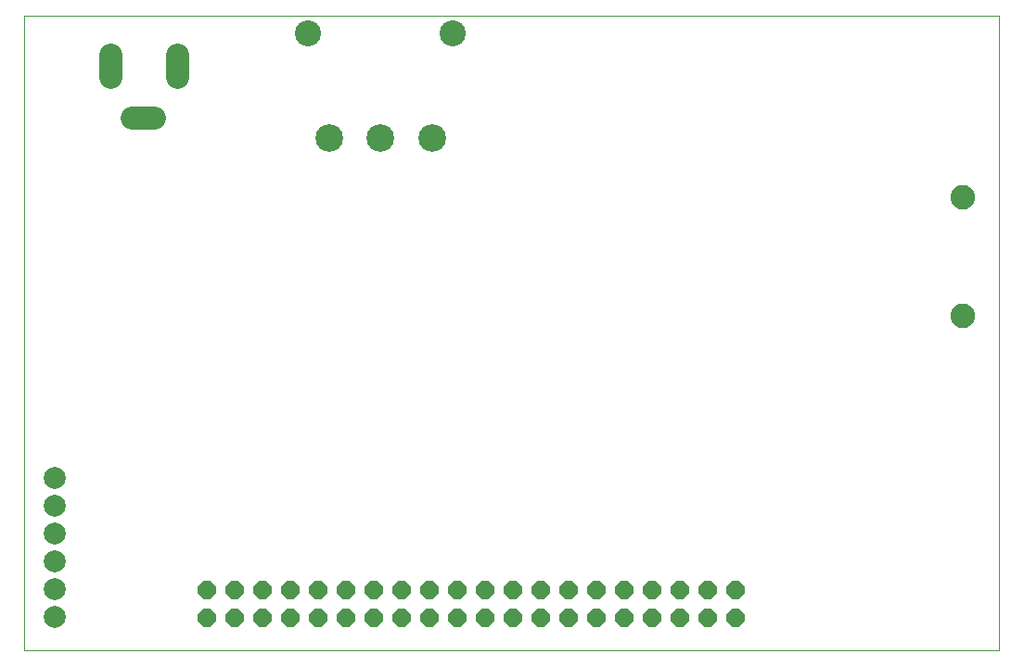
<source format=gbs>
G04 EAGLE Gerber X2 export*
%TF.Part,Single*%
%TF.FileFunction,Other,Solder stop mask Bottom*%
%TF.FilePolarity,Positive*%
%TF.GenerationSoftware,Autodesk,EAGLE,9.0.0*%
%TF.CreationDate,2018-08-23T05:20:42Z*%
G75*
%MOMM*%
%FSLAX34Y34*%
%LPD*%
%AMOC8*
5,1,8,0,0,1.08239X$1,22.5*%
G01*
%ADD10C,0.000000*%
%ADD11C,2.127000*%
%ADD12C,2.527000*%
%ADD13C,2.377000*%
%ADD14C,2.248000*%
%ADD15C,2.006600*%
%ADD16P,1.787026X8X22.500000*%


D10*
X110000Y140000D02*
X1000000Y140000D01*
X1000000Y720000D01*
X110000Y720000D01*
X110000Y140000D01*
D11*
X249200Y664300D02*
X249200Y684300D01*
X188200Y684300D02*
X188200Y664300D01*
X208200Y626300D02*
X228200Y626300D01*
D12*
X388100Y608500D03*
X435100Y608500D03*
X482100Y608500D03*
D13*
X369050Y703800D03*
X501150Y703800D03*
D14*
X967000Y445750D03*
X967000Y554250D03*
D15*
X137700Y297700D03*
X137700Y272300D03*
X137700Y246900D03*
X137700Y221500D03*
X137700Y196100D03*
X137700Y170700D03*
D16*
X276500Y169800D03*
X301900Y169800D03*
X327300Y169800D03*
X352700Y169800D03*
X378100Y169800D03*
X403500Y169800D03*
X276500Y195200D03*
X301900Y195200D03*
X327300Y195200D03*
X352700Y195200D03*
X378100Y195200D03*
X403500Y195200D03*
X428900Y169800D03*
X428900Y195200D03*
X454300Y169800D03*
X479700Y169800D03*
X505100Y169800D03*
X530500Y169800D03*
X555900Y169800D03*
X581300Y169800D03*
X454300Y195200D03*
X479700Y195200D03*
X505100Y195200D03*
X530500Y195200D03*
X555900Y195200D03*
X581300Y195200D03*
X606700Y169800D03*
X606700Y195200D03*
X632100Y169800D03*
X657500Y169800D03*
X682900Y169800D03*
X708300Y169800D03*
X733700Y169800D03*
X759100Y169800D03*
X632100Y195200D03*
X657500Y195200D03*
X682900Y195200D03*
X708300Y195200D03*
X733700Y195200D03*
X759100Y195200D03*
M02*

</source>
